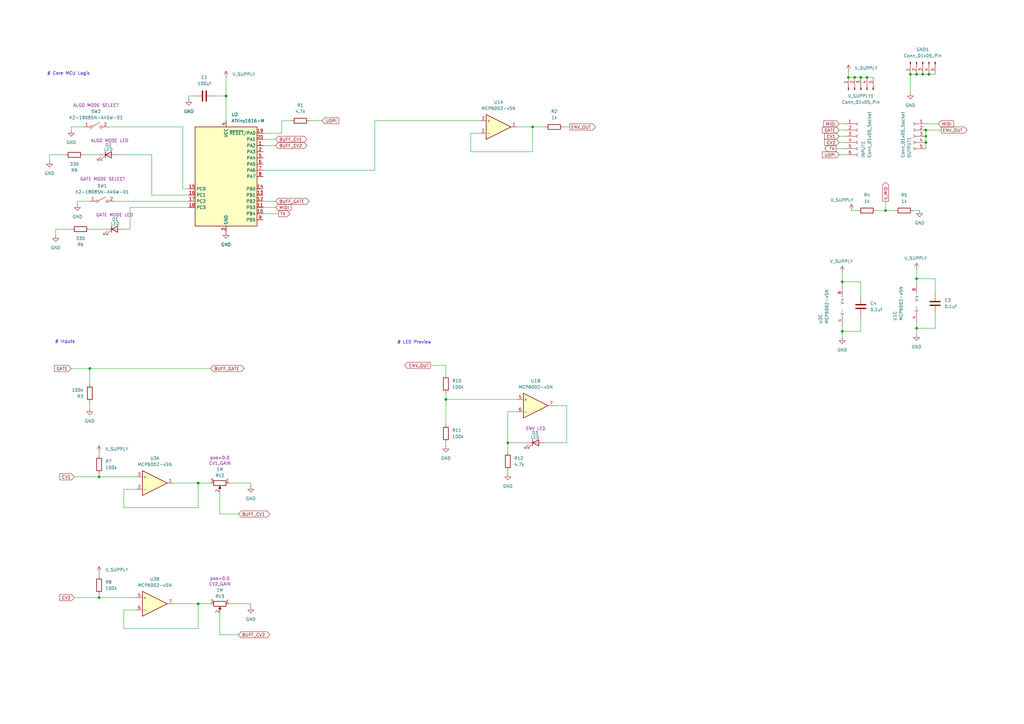
<source format=kicad_sch>
(kicad_sch (version 20231120) (generator "eeschema") (generator_version "8.0")
  (paper "A3")
  (lib_symbols
    (symbol "Amplifier_Operational:MCP6002-xSN" (pin_names (offset 0.127))
      (property "Reference" "U" (at 0 5.08 0))
      (property "Value" "MCP6002-xSN" (at 0 -5.08 0))
      (symbol "MCP6002-xSN_1_1"
        (polyline (pts (xy -5.08 5.08) (xy 5.08 0) (xy -5.08 -5.08) (xy -5.08 5.08)) (stroke (width 0.254)) (fill (type background)))
        (pin output line (at 7.62 0 180) (length 2.54) (name "~") (number "1"))
        (pin input line (at -7.62 -2.54 0) (length 2.54) (name "-") (number "2"))
        (pin input line (at -7.62 2.54 0) (length 2.54) (name "+") (number "3"))
      )
      (symbol "MCP6002-xSN_2_1"
        (polyline (pts (xy -5.08 5.08) (xy 5.08 0) (xy -5.08 -5.08) (xy -5.08 5.08)) (stroke (width 0.254)) (fill (type background)))
        (pin input line (at -7.62 2.54 0) (length 2.54) (name "+") (number "5"))
        (pin input line (at -7.62 -2.54 0) (length 2.54) (name "-") (number "6"))
        (pin output line (at 7.62 0 180) (length 2.54) (name "~") (number "7"))
      )
      (symbol "MCP6002-xSN_3_1"
        (pin power_in line (at -2.54 -7.62 90) (length 3.81) (name "V-") (number "4"))
        (pin power_in line (at -2.54 7.62 270) (length 3.81) (name "V+") (number "8"))
      )
    )
    (symbol "Connector:Conn_01x05_Pin" (pin_names (offset 1.016) hide)
      (property "Reference" "J" (at 0 7.62 0))
      (property "Value" "Conn_01x05_Pin" (at 0 -7.62 0))
      (symbol "Conn_01x05_Pin_1_1"
        (polyline (pts (xy 1.27 -5.08) (xy 0.8636 -5.08)) (stroke (width 0.1524)))
        (polyline (pts (xy 1.27 -2.54) (xy 0.8636 -2.54)) (stroke (width 0.1524)))
        (polyline (pts (xy 1.27 0) (xy 0.8636 0)) (stroke (width 0.1524)))
        (polyline (pts (xy 1.27 2.54) (xy 0.8636 2.54)) (stroke (width 0.1524)))
        (polyline (pts (xy 1.27 5.08) (xy 0.8636 5.08)) (stroke (width 0.1524)))
        (rectangle (start 0.8636 -4.953) (end 0 -5.207) (stroke (width 0.1524)) (fill (type outline)))
        (rectangle (start 0.8636 -2.413) (end 0 -2.667) (stroke (width 0.1524)) (fill (type outline)))
        (rectangle (start 0.8636 0.127) (end 0 -0.127) (stroke (width 0.1524)) (fill (type outline)))
        (rectangle (start 0.8636 2.667) (end 0 2.413) (stroke (width 0.1524)) (fill (type outline)))
        (rectangle (start 0.8636 5.207) (end 0 4.953) (stroke (width 0.1524)) (fill (type outline)))
        (pin passive line (at 5.08 5.08 180) (length 3.81) (name "Pin_1") (number "1"))
        (pin passive line (at 5.08 2.54 180) (length 3.81) (name "Pin_2") (number "2"))
        (pin passive line (at 5.08 0 180) (length 3.81) (name "Pin_3") (number "3"))
        (pin passive line (at 5.08 -2.54 180) (length 3.81) (name "Pin_4") (number "4"))
        (pin passive line (at 5.08 -5.08 180) (length 3.81) (name "Pin_5") (number "5"))
      )
    )
    (symbol "Connector:Conn_01x05_Socket" (pin_names (offset 1.016) hide)
      (property "Reference" "J" (at 0 7.62 0))
      (property "Value" "Conn_01x05_Socket" (at 0 -7.62 0))
      (symbol "Conn_01x05_Socket_1_1"
        (arc (start 0 -4.572) (mid -0.5058 -5.08) (end 0 -5.588) (stroke (width 0.1524)))
        (arc (start 0 -2.032) (mid -0.5058 -2.54) (end 0 -3.048) (stroke (width 0.1524)))
        (polyline (pts (xy -1.27 -5.08) (xy -0.508 -5.08)) (stroke (width 0.1524)))
        (polyline (pts (xy -1.27 -2.54) (xy -0.508 -2.54)) (stroke (width 0.1524)))
        (polyline (pts (xy -1.27 0) (xy -0.508 0)) (stroke (width 0.1524)))
        (polyline (pts (xy -1.27 2.54) (xy -0.508 2.54)) (stroke (width 0.1524)))
        (polyline (pts (xy -1.27 5.08) (xy -0.508 5.08)) (stroke (width 0.1524)))
        (arc (start 0 0.508) (mid -0.5058 0) (end 0 -0.508) (stroke (width 0.1524)))
        (arc (start 0 3.048) (mid -0.5058 2.54) (end 0 2.032) (stroke (width 0.1524)))
        (arc (start 0 5.588) (mid -0.5058 5.08) (end 0 4.572) (stroke (width 0.1524)))
        (pin passive line (at -5.08 5.08 0) (length 3.81) (name "Pin_1") (number "1"))
        (pin passive line (at -5.08 2.54 0) (length 3.81) (name "Pin_2") (number "2"))
        (pin passive line (at -5.08 0 0) (length 3.81) (name "Pin_3") (number "3"))
        (pin passive line (at -5.08 -2.54 0) (length 3.81) (name "Pin_4") (number "4"))
        (pin passive line (at -5.08 -5.08 0) (length 3.81) (name "Pin_5") (number "5"))
      )
    )
    (symbol "Connector:Conn_01x06_Socket" (pin_names (offset 1.016) hide)
      (property "Reference" "J" (at 0 7.62 0))
      (property "Value" "Conn_01x06_Socket" (at 0 -10.16 0))
      (symbol "Conn_01x06_Socket_1_1"
        (arc (start 0 -7.112) (mid -0.5058 -7.62) (end 0 -8.128) (stroke (width 0.1524)))
        (arc (start 0 -4.572) (mid -0.5058 -5.08) (end 0 -5.588) (stroke (width 0.1524)))
        (arc (start 0 -2.032) (mid -0.5058 -2.54) (end 0 -3.048) (stroke (width 0.1524)))
        (polyline (pts (xy -1.27 -7.62) (xy -0.508 -7.62)) (stroke (width 0.1524)))
        (polyline (pts (xy -1.27 -5.08) (xy -0.508 -5.08)) (stroke (width 0.1524)))
        (polyline (pts (xy -1.27 -2.54) (xy -0.508 -2.54)) (stroke (width 0.1524)))
        (polyline (pts (xy -1.27 0) (xy -0.508 0)) (stroke (width 0.1524)))
        (polyline (pts (xy -1.27 2.54) (xy -0.508 2.54)) (stroke (width 0.1524)))
        (polyline (pts (xy -1.27 5.08) (xy -0.508 5.08)) (stroke (width 0.1524)))
        (arc (start 0 0.508) (mid -0.5058 0) (end 0 -0.508) (stroke (width 0.1524)))
        (arc (start 0 3.048) (mid -0.5058 2.54) (end 0 2.032) (stroke (width 0.1524)))
        (arc (start 0 5.588) (mid -0.5058 5.08) (end 0 4.572) (stroke (width 0.1524)))
        (pin passive line (at -5.08 5.08 0) (length 3.81) (name "Pin_1") (number "1"))
        (pin passive line (at -5.08 2.54 0) (length 3.81) (name "Pin_2") (number "2"))
        (pin passive line (at -5.08 0 0) (length 3.81) (name "Pin_3") (number "3"))
        (pin passive line (at -5.08 -2.54 0) (length 3.81) (name "Pin_4") (number "4"))
        (pin passive line (at -5.08 -5.08 0) (length 3.81) (name "Pin_5") (number "5"))
        (pin passive line (at -5.08 -7.62 0) (length 3.81) (name "Pin_6") (number "6"))
      )
    )
    (symbol "Device:C" (pin_numbers hide) (pin_names (offset 0.254))
      (property "Reference" "C" (at 0.635 2.54 0))
      (property "Value" "C" (at 0.635 -2.54 0))
      (symbol "C_0_1"
        (polyline (pts (xy -2.032 -0.762) (xy 2.032 -0.762)) (stroke (width 0.508)))
        (polyline (pts (xy -2.032 0.762) (xy 2.032 0.762)) (stroke (width 0.508)))
      )
      (symbol "C_1_1"
        (pin passive line (at 0 3.81 270) (length 2.794) (name "~") (number "1"))
        (pin passive line (at 0 -3.81 90) (length 2.794) (name "~") (number "2"))
      )
    )
    (symbol "Device:LED" (pin_numbers hide) (pin_names (offset 1.016) hide)
      (property "Reference" "D" (at 0 2.54 0))
      (property "Value" "LED" (at 0 -2.54 0))
      (symbol "LED_0_1"
        (polyline (pts (xy -1.27 -1.27) (xy -1.27 1.27)) (stroke (width 0.254)))
        (polyline (pts (xy -1.27 0) (xy 1.27 0)))
        (polyline (pts (xy 1.27 -1.27) (xy 1.27 1.27) (xy -1.27 0) (xy 1.27 -1.27)) (stroke (width 0.254)))
        (polyline (pts (xy -3.048 -0.762) (xy -4.572 -2.286) (xy -3.81 -2.286) (xy -4.572 -2.286) (xy -4.572 -1.524)))
        (polyline (pts (xy -1.778 -0.762) (xy -3.302 -2.286) (xy -2.54 -2.286) (xy -3.302 -2.286) (xy -3.302 -1.524)))
      )
      (symbol "LED_1_1"
        (pin passive line (at -3.81 0 0) (length 2.54) (name "K") (number "1"))
        (pin passive line (at 3.81 0 180) (length 2.54) (name "A") (number "2"))
      )
    )
    (symbol "Device:R" (pin_numbers hide) (pin_names (offset 0))
      (property "Reference" "R" (at 2.032 0 90))
      (property "Value" "R" (at 0 0 90))
      (symbol "R_0_1"
        (rectangle (start -1.016 -2.54) (end 1.016 2.54) (stroke (width 0.254)))
      )
      (symbol "R_1_1"
        (pin passive line (at 0 3.81 270) (length 1.27) (name "~") (number "1"))
        (pin passive line (at 0 -3.81 90) (length 1.27) (name "~") (number "2"))
      )
    )
    (symbol "Device:R_Potentiometer" (pin_names (offset 1.016) hide)
      (property "Reference" "RV" (at -4.445 0 90))
      (property "Value" "R_Potentiometer" (at -2.54 0 90))
      (symbol "R_Potentiometer_0_1"
        (polyline (pts (xy 2.54 0) (xy 1.524 0)))
        (polyline (pts (xy 1.143 0) (xy 2.286 0.508) (xy 2.286 -0.508) (xy 1.143 0)) (fill (type outline)))
        (rectangle (start 1.016 2.54) (end -1.016 -2.54) (stroke (width 0.254)))
      )
      (symbol "R_Potentiometer_1_1"
        (pin passive line (at 0 3.81 270) (length 1.27) (name "1") (number "1"))
        (pin passive line (at 3.81 0 180) (length 1.27) (name "2") (number "2"))
        (pin passive line (at 0 -3.81 90) (length 1.27) (name "3") (number "3"))
      )
    )
    (symbol "MCU_Microchip_ATtiny:ATtiny1616-M"
      (property "Reference" "U" (at -12.7 21.59 0))
      (property "Value" "ATtiny1616-M" (at 2.54 -21.59 0))
      (symbol "ATtiny1616-M_0_1"
        (rectangle (start -12.7 -20.32) (end 12.7 20.32) (stroke (width 0.254)) (fill (type background)))
      )
      (symbol "ATtiny1616-M_1_1"
        (pin bidirectional line (at 15.24 12.7 180) (length 2.54) (name "PA2") (number "1"))
        (pin bidirectional line (at 15.24 -15.24 180) (length 2.54) (name "PB4") (number "10"))
        (pin bidirectional line (at 15.24 -12.7 180) (length 2.54) (name "PB3") (number "11"))
        (pin bidirectional line (at 15.24 -10.16 180) (length 2.54) (name "PB2") (number "12"))
        (pin bidirectional line (at 15.24 -7.62 180) (length 2.54) (name "PB1") (number "13"))
        (pin bidirectional line (at 15.24 -5.08 180) (length 2.54) (name "PB0") (number "14"))
        (pin bidirectional line (at -15.24 -5.08 0) (length 2.54) (name "PC0") (number "15"))
        (pin bidirectional line (at -15.24 -7.62 0) (length 2.54) (name "PC1") (number "16"))
        (pin bidirectional line (at -15.24 -10.16 0) (length 2.54) (name "PC2") (number "17"))
        (pin bidirectional line (at -15.24 -12.7 0) (length 2.54) (name "PC3") (number "18"))
        (pin bidirectional line (at 15.24 17.78 180) (length 2.54) (name "~{RESET}/PA0") (number "19"))
        (pin bidirectional line (at 15.24 10.16 180) (length 2.54) (name "PA3") (number "2"))
        (pin bidirectional line (at 15.24 15.24 180) (length 2.54) (name "PA1") (number "20"))
        (pin passive line (at 0 -22.86 90) (length 2.54) hide (name "GND") (number "21"))
        (pin power_in line (at 0 -22.86 90) (length 2.54) (name "GND") (number "3"))
        (pin power_in line (at 0 22.86 270) (length 2.54) (name "VCC") (number "4"))
        (pin bidirectional line (at 15.24 7.62 180) (length 2.54) (name "PA4") (number "5"))
        (pin bidirectional line (at 15.24 5.08 180) (length 2.54) (name "PA5") (number "6"))
        (pin bidirectional line (at 15.24 2.54 180) (length 2.54) (name "PA6") (number "7"))
        (pin bidirectional line (at 15.24 0 180) (length 2.54) (name "PA7") (number "8"))
        (pin bidirectional line (at 15.24 -17.78 180) (length 2.54) (name "PB5") (number "9"))
      )
    )
    (symbol "Switch:SW_SPST" (pin_names (offset 0) hide)
      (property "Reference" "SW" (at 0 3.175 0))
      (property "Value" "SW_SPST" (at 0 -2.54 0))
      (symbol "SW_SPST_0_0"
        (circle (center -2.032 0) (radius 0.508))
        (polyline (pts (xy -1.524 0.254) (xy 1.524 1.778)))
        (circle (center 2.032 0) (radius 0.508))
      )
      (symbol "SW_SPST_1_1"
        (pin passive line (at -5.08 0 0) (length 2.54) (name "A") (number "1"))
        (pin passive line (at 5.08 0 180) (length 2.54) (name "B") (number "2"))
      )
    )
    (symbol "power:+5V" (power) (pin_numbers hide) (pin_names (offset 0) hide)
      (property "Value" "+5V" (at 0 3.556 0))
      (symbol "+5V_0_1"
        (polyline (pts (xy -0.762 1.27) (xy 0 2.54)))
        (polyline (pts (xy 0 0) (xy 0 2.54)))
        (polyline (pts (xy 0 2.54) (xy 0.762 1.27)))
      )
      (symbol "+5V_1_1"
        (pin power_in line (at 0 0 90) (length 0) (name "~") (number "1"))
      )
    )
    (symbol "power:GND" (power) (pin_numbers hide) (pin_names (offset 0) hide)
      (property "Value" "GND" (at 0 -3.81 0))
      (symbol "GND_0_1"
        (polyline (pts (xy 0 0) (xy 0 -1.27) (xy 1.27 -1.27) (xy 0 -2.54) (xy -1.27 -1.27) (xy 0 -1.27)))
      )
      (symbol "GND_1_1"
        (pin power_in line (at 0 0 270) (length 0) (name "~") (number "1"))
      )
    )
  )
  (junction (at 350.52 31.75))
  (junction (at 379.73 53.34))
  (junction (at 81.28 198.12))
  (junction (at 379.73 55.88))
  (junction (at 182.88 163.83))
  (junction (at 345.44 115.57))
  (junction (at 375.92 30.48))
  (junction (at 375.92 114.3))
  (junction (at 208.28 181.61))
  (junction (at 347.98 31.75))
  (junction (at 36.83 151.13))
  (junction (at 355.6 31.75))
  (junction (at 381 30.48))
  (junction (at 363.22 86.36))
  (junction (at 379.73 58.42))
  (junction (at 378.46 30.48))
  (junction (at 375.92 134.62))
  (junction (at 81.28 247.65))
  (junction (at 40.64 195.58))
  (junction (at 218.44 52.07))
  (junction (at 353.06 31.75))
  (junction (at 345.44 135.89))
  (junction (at 40.64 245.11))
  (junction (at 373.38 30.48))
  (junction (at 92.71 39.37))
  (wire (pts (xy 107.95 82.55) (xy 113.03 82.55)))
  (wire (pts (xy 40.64 63.5) (xy 34.29 63.5)))
  (wire (pts (xy 90.17 201.93) (xy 90.17 210.82)))
  (wire (pts (xy 81.28 198.12) (xy 86.36 198.12)))
  (wire (pts (xy 77.47 39.37) (xy 77.47 40.64)))
  (wire (pts (xy 344.17 50.8) (xy 346.71 50.8)))
  (wire (pts (xy 383.54 134.62) (xy 375.92 134.62)))
  (wire (pts (xy 375.92 110.49) (xy 375.92 114.3)))
  (wire (pts (xy 383.54 114.3) (xy 375.92 114.3)))
  (wire (pts (xy 50.8 250.19) (xy 55.88 250.19)))
  (wire (pts (xy 40.64 245.11) (xy 55.88 245.11)))
  (wire (pts (xy 46.99 82.55) (xy 77.47 82.55)))
  (wire (pts (xy 193.04 54.61) (xy 196.85 54.61)))
  (wire (pts (xy 342.9 60.96) (xy 346.71 60.96)))
  (wire (pts (xy 62.23 63.5) (xy 62.23 80.01)))
  (wire (pts (xy 355.6 31.75) (xy 358.14 31.75)))
  (wire (pts (xy 26.67 63.5) (xy 20.32 63.5)))
  (wire (pts (xy 212.09 52.07) (xy 218.44 52.07)))
  (wire (pts (xy 353.06 129.54) (xy 353.06 135.89)))
  (wire (pts (xy 53.34 85.09) (xy 77.47 85.09)))
  (wire (pts (xy 50.8 93.98) (xy 53.34 93.98)))
  (wire (pts (xy 50.8 257.81) (xy 50.8 250.19)))
  (wire (pts (xy 74.93 52.07) (xy 74.93 77.47)))
  (wire (pts (xy 40.64 185.42) (xy 40.64 186.69)))
  (wire (pts (xy 115.57 49.53) (xy 115.57 54.61)))
  (wire (pts (xy 208.28 181.61) (xy 208.28 168.91)))
  (wire (pts (xy 347.98 31.75) (xy 350.52 31.75)))
  (wire (pts (xy 132.08 49.53) (xy 127 49.53)))
  (wire (pts (xy 102.87 199.39) (xy 102.87 198.12)))
  (wire (pts (xy 383.54 128.27) (xy 383.54 134.62)))
  (wire (pts (xy 90.17 210.82) (xy 97.79 210.82)))
  (wire (pts (xy 81.28 247.65) (xy 86.36 247.65)))
  (wire (pts (xy 36.83 151.13) (xy 36.83 157.48)))
  (wire (pts (xy 232.41 181.61) (xy 232.41 166.37)))
  (wire (pts (xy 22.86 93.98) (xy 22.86 96.52)))
  (wire (pts (xy 218.44 52.07) (xy 223.52 52.07)))
  (wire (pts (xy 344.17 63.5) (xy 346.71 63.5)))
  (wire (pts (xy 115.57 54.61) (xy 107.95 54.61)))
  (wire (pts (xy 107.95 85.09) (xy 113.03 85.09)))
  (wire (pts (xy 20.32 63.5) (xy 20.32 66.04)))
  (wire (pts (xy 381 30.48) (xy 383.54 30.48)))
  (wire (pts (xy 345.44 111.76) (xy 345.44 115.57)))
  (wire (pts (xy 379.73 50.8) (xy 384.81 50.8)))
  (wire (pts (xy 48.26 63.5) (xy 62.23 63.5)))
  (wire (pts (xy 363.22 82.55) (xy 363.22 86.36)))
  (wire (pts (xy 182.88 182.88) (xy 182.88 181.61)))
  (wire (pts (xy 363.22 86.36) (xy 367.03 86.36)))
  (wire (pts (xy 30.48 245.11) (xy 40.64 245.11)))
  (wire (pts (xy 353.06 135.89) (xy 345.44 135.89)))
  (wire (pts (xy 153.67 69.85) (xy 107.95 69.85)))
  (wire (pts (xy 34.29 52.07) (xy 29.21 52.07)))
  (wire (pts (xy 344.17 53.34) (xy 346.71 53.34)))
  (wire (pts (xy 43.18 93.98) (xy 36.83 93.98)))
  (wire (pts (xy 92.71 39.37) (xy 92.71 49.53)))
  (wire (pts (xy 353.06 31.75) (xy 355.6 31.75)))
  (wire (pts (xy 208.28 168.91) (xy 212.09 168.91)))
  (wire (pts (xy 182.88 163.83) (xy 212.09 163.83)))
  (wire (pts (xy 107.95 57.15) (xy 113.03 57.15)))
  (wire (pts (xy 373.38 30.48) (xy 375.92 30.48)))
  (wire (pts (xy 231.14 52.07) (xy 233.68 52.07)))
  (wire (pts (xy 377.19 86.36) (xy 374.65 86.36)))
  (wire (pts (xy 90.17 260.35) (xy 97.79 260.35)))
  (wire (pts (xy 373.38 30.48) (xy 373.38 38.1)))
  (wire (pts (xy 349.25 86.36) (xy 351.79 86.36)))
  (wire (pts (xy 40.64 195.58) (xy 55.88 195.58)))
  (wire (pts (xy 379.73 58.42) (xy 379.73 60.96)))
  (wire (pts (xy 182.88 163.83) (xy 182.88 173.99)))
  (wire (pts (xy 353.06 121.92) (xy 353.06 115.57)))
  (wire (pts (xy 347.98 31.75) (xy 347.98 29.21)))
  (wire (pts (xy 36.83 167.64) (xy 36.83 165.1)))
  (wire (pts (xy 36.83 151.13) (xy 86.36 151.13)))
  (wire (pts (xy 81.28 198.12) (xy 81.28 208.28)))
  (wire (pts (xy 383.54 120.65) (xy 383.54 114.3)))
  (wire (pts (xy 102.87 248.92) (xy 102.87 247.65)))
  (wire (pts (xy 71.12 247.65) (xy 81.28 247.65)))
  (wire (pts (xy 182.88 153.67) (xy 182.88 149.86)))
  (wire (pts (xy 375.92 134.62) (xy 375.92 132.08)))
  (wire (pts (xy 378.46 30.48) (xy 381 30.48)))
  (wire (pts (xy 71.12 198.12) (xy 81.28 198.12)))
  (wire (pts (xy 153.67 49.53) (xy 196.85 49.53)))
  (wire (pts (xy 93.98 247.65) (xy 102.87 247.65)))
  (wire (pts (xy 29.21 151.13) (xy 36.83 151.13)))
  (wire (pts (xy 375.92 137.16) (xy 375.92 134.62)))
  (wire (pts (xy 107.95 87.63) (xy 114.3 87.63)))
  (wire (pts (xy 29.21 52.07) (xy 29.21 53.34)))
  (wire (pts (xy 81.28 247.65) (xy 81.28 257.81)))
  (wire (pts (xy 50.8 208.28) (xy 50.8 200.66)))
  (wire (pts (xy 375.92 114.3) (xy 375.92 116.84)))
  (wire (pts (xy 92.71 31.75) (xy 92.71 39.37)))
  (wire (pts (xy 80.01 39.37) (xy 77.47 39.37)))
  (wire (pts (xy 87.63 39.37) (xy 92.71 39.37)))
  (wire (pts (xy 193.04 62.23) (xy 193.04 54.61)))
  (wire (pts (xy 53.34 93.98) (xy 53.34 85.09)))
  (wire (pts (xy 223.52 181.61) (xy 232.41 181.61)))
  (wire (pts (xy 353.06 115.57) (xy 345.44 115.57)))
  (wire (pts (xy 40.64 243.84) (xy 40.64 245.11)))
  (wire (pts (xy 74.93 77.47) (xy 77.47 77.47)))
  (wire (pts (xy 81.28 208.28) (xy 50.8 208.28)))
  (wire (pts (xy 345.44 135.89) (xy 345.44 133.35)))
  (wire (pts (xy 379.73 55.88) (xy 379.73 58.42)))
  (wire (pts (xy 350.52 31.75) (xy 353.06 31.75)))
  (wire (pts (xy 29.21 93.98) (xy 22.86 93.98)))
  (wire (pts (xy 40.64 194.31) (xy 40.64 195.58)))
  (wire (pts (xy 36.83 82.55) (xy 31.75 82.55)))
  (wire (pts (xy 215.9 181.61) (xy 208.28 181.61)))
  (wire (pts (xy 359.41 86.36) (xy 363.22 86.36)))
  (wire (pts (xy 218.44 62.23) (xy 193.04 62.23)))
  (wire (pts (xy 50.8 200.66) (xy 55.88 200.66)))
  (wire (pts (xy 182.88 149.86) (xy 176.53 149.86)))
  (wire (pts (xy 232.41 166.37) (xy 227.33 166.37)))
  (wire (pts (xy 345.44 115.57) (xy 345.44 118.11)))
  (wire (pts (xy 62.23 80.01) (xy 77.47 80.01)))
  (wire (pts (xy 90.17 251.46) (xy 90.17 260.35)))
  (wire (pts (xy 182.88 161.29) (xy 182.88 163.83)))
  (wire (pts (xy 40.64 234.95) (xy 40.64 236.22)))
  (wire (pts (xy 218.44 52.07) (xy 218.44 62.23)))
  (wire (pts (xy 208.28 194.31) (xy 208.28 193.04)))
  (wire (pts (xy 344.17 58.42) (xy 346.71 58.42)))
  (wire (pts (xy 31.75 82.55) (xy 31.75 83.82)))
  (wire (pts (xy 30.48 195.58) (xy 40.64 195.58)))
  (wire (pts (xy 93.98 198.12) (xy 102.87 198.12)))
  (wire (pts (xy 208.28 185.42) (xy 208.28 181.61)))
  (wire (pts (xy 379.73 53.34) (xy 386.08 53.34)))
  (wire (pts (xy 379.73 53.34) (xy 379.73 55.88)))
  (wire (pts (xy 344.17 55.88) (xy 346.71 55.88)))
  (wire (pts (xy 119.38 49.53) (xy 115.57 49.53)))
  (wire (pts (xy 107.95 59.69) (xy 113.03 59.69)))
  (wire (pts (xy 345.44 138.43) (xy 345.44 135.89)))
  (wire (pts (xy 81.28 257.81) (xy 50.8 257.81)))
  (wire (pts (xy 153.67 49.53) (xy 153.67 69.85)))
  (wire (pts (xy 375.92 30.48) (xy 378.46 30.48)))
  (wire (pts (xy 44.45 52.07) (xy 74.93 52.07)))
  (text "# LED Preview" (at 169.926 140.462 0) (effects (font (size 1.27 1.27))))
  (text "# Core MCU Logic" (at 28.194 30.226 0) (effects (font (size 1.27 1.27))))
  (text "# Inputs" (at 26.67 140.208 0) (effects (font (size 1.27 1.27))))
  (global_label "BUFF_GATE" (shape bidirectional) (at 113.03 82.55 0) (property "Intersheetrefs" "${INTERSHEET_REFS}" (effects (hide yes))))
  (global_label "CV1" (shape input) (at 344.17 55.88 180) (property "Intersheetrefs" "${INTERSHEET_REFS}" (effects (hide yes))))
  (global_label "BUFF_CV1" (shape bidirectional) (at 113.03 57.15 0) (property "Intersheetrefs" "${INTERSHEET_REFS}" (effects (hide yes))))
  (global_label "CV2" (shape input) (at 30.48 245.11 180) (property "Intersheetrefs" "${INTERSHEET_REFS}" (effects (hide yes))))
  (global_label "MIDI" (shape input) (at 344.17 50.8 180) (property "Intersheetrefs" "${INTERSHEET_REFS}" (effects (hide yes))))
  (global_label "BUFF_CV2" (shape bidirectional) (at 113.03 59.69 0) (property "Intersheetrefs" "${INTERSHEET_REFS}" (effects (hide yes))))
  (global_label "CV1" (shape input) (at 30.48 195.58 180) (property "Intersheetrefs" "${INTERSHEET_REFS}" (effects (hide yes))))
  (global_label "BUFF_CV2" (shape bidirectional) (at 97.79 260.35 0) (property "Intersheetrefs" "${INTERSHEET_REFS}" (effects (hide yes))))
  (global_label "MIDI" (shape input) (at 384.81 50.8 0) (property "Intersheetrefs" "${INTERSHEET_REFS}" (effects (hide yes))))
  (global_label "UDPI" (shape input) (at 344.17 63.5 180) (property "Intersheetrefs" "${INTERSHEET_REFS}" (effects (hide yes))))
  (global_label "ENV_OUT" (shape output) (at 233.68 52.07 0) (property "Intersheetrefs" "${INTERSHEET_REFS}" (effects (hide yes))))
  (global_label "ENV_OUT" (shape output) (at 386.08 53.34 0) (property "Intersheetrefs" "${INTERSHEET_REFS}" (effects (hide yes))))
  (global_label "MIDI" (shape input) (at 113.03 85.09 0) (property "Intersheetrefs" "${INTERSHEET_REFS}" (effects (hide yes))))
  (global_label "BUFF_GATE" (shape bidirectional) (at 86.36 151.13 0) (property "Intersheetrefs" "${INTERSHEET_REFS}" (effects (hide yes))))
  (global_label "ENV_OUT" (shape output) (at 176.53 149.86 180) (property "Intersheetrefs" "${INTERSHEET_REFS}" (effects (hide yes))))
  (global_label "BUFF_CV1" (shape bidirectional) (at 97.79 210.82 0) (property "Intersheetrefs" "${INTERSHEET_REFS}" (effects (hide yes))))
  (global_label "TX" (shape output) (at 114.3 87.63 0) (property "Intersheetrefs" "${INTERSHEET_REFS}" (effects (hide yes))))
  (global_label "UDPI" (shape input) (at 132.08 49.53 0) (property "Intersheetrefs" "${INTERSHEET_REFS}" (effects (hide yes))))
  (global_label "V_MID" (shape output) (at 363.22 82.55 90) (property "Intersheetrefs" "${INTERSHEET_REFS}" (effects (hide yes))))
  (global_label "GATE" (shape input) (at 29.21 151.13 180) (property "Intersheetrefs" "${INTERSHEET_REFS}" (effects (hide yes))))
  (global_label "GATE" (shape input) (at 344.17 53.34 180) (property "Intersheetrefs" "${INTERSHEET_REFS}" (effects (hide yes))))
  (global_label "TX" (shape output) (at 342.9 60.96 180) (property "Intersheetrefs" "${INTERSHEET_REFS}" (effects (hide yes))))
  (global_label "CV2" (shape input) (at 344.17 58.42 180) (property "Intersheetrefs" "${INTERSHEET_REFS}" (effects (hide yes))))
  (symbol (lib_id "Device:R_Potentiometer") (at 90.17 247.65 270) (unit 1)
    (property "Reference" "RV3" (at 90.17 244.602 90))
    (property "Value" "1M" (at 90.17 242.062 90))
    (property "Footprint" "BreadModular_Pots:Potentiometer_RV09" (effects (hide yes)))
    (property "Description" "Potentiometer" (effects (hide yes)))
    (property "Sim.Device" "R" (effects (hide yes)))
    (property "Sim.Type" "POT" (effects (hide yes)))
    (property "Sim.Pins" "1=r0 2=wiper 3=r1" (effects (hide yes)))
    (property "Sim.Params" "pos=0.0" (at 90.17 237.236 90))
    (property "Comment" "CV2_GAIN" (at 90.17 239.522 90))
  )
  (symbol (lib_id "power:GND") (at 102.87 199.39 0) (unit 1)
    (property "Reference" "#PWR015" (effects (hide yes)))
    (property "Value" "GND" (at 102.87 204.47 0))
    (property "Description" "Power symbol creates a global label with name \"GND\" , ground" (effects (hide yes)))
  )
  (symbol (lib_id "Device:R") (at 355.6 86.36 90) (unit 1)
    (property "Reference" "R4" (at 355.6 80.01 90))
    (property "Value" "1k" (at 355.6 82.55 90))
    (property "Footprint" "Resistor_SMD:R_0402_1005Metric" (effects (hide yes)))
    (property "Description" "Resistor" (effects (hide yes)))
  )
  (symbol (lib_id "Device:R") (at 182.88 157.48 0) (unit 1)
    (property "Reference" "R10" (at 185.42 156.2099 0) (effects (justify left)))
    (property "Value" "100k" (at 185.42 158.7499 0) (effects (justify left)))
    (property "Footprint" "Resistor_SMD:R_0402_1005Metric" (effects (hide yes)))
    (property "Description" "Resistor" (effects (hide yes)))
  )
  (symbol (lib_id "Amplifier_Operational:MCP6002-xSN") (at 219.71 166.37 0) (unit 2)
    (property "Reference" "U1" (at 219.71 156.21 0))
    (property "Value" "MCP6002-xSN" (at 219.71 158.75 0))
    (property "Footprint" "Package_SO:SOIC-8-1EP_3.9x4.9mm_P1.27mm_EP2.29x3mm" (effects (hide yes)))
    (property "Datasheet" "http://ww1.microchip.com/downloads/en/DeviceDoc/21733j.pdf" (effects (hide yes)))
    (property "Description" "1MHz, Low-Power Op Amp, SOIC-8" (effects (hide yes)))
    (property "Sim.Library" "${KICAD8_SYMBOL_DIR}/Simulation_SPICE.sp" (effects (hide yes)))
    (property "Sim.Name" "kicad_builtin_opamp_dual" (effects (hide yes)))
    (property "Sim.Device" "SUBCKT" (effects (hide yes)))
    (property "Sim.Pins" "1=out1 2=in1- 3=in1+ 4=vee 5=in2+ 6=in2- 7=out2 8=vcc" (effects (hide yes)))
  )
  (symbol (lib_id "power:GND") (at 29.21 53.34 0) (unit 1)
    (property "Reference" "#PWR019" (effects (hide yes)))
    (property "Value" "GND" (at 29.21 58.42 0))
    (property "Description" "Power symbol creates a global label with name \"GND\" , ground" (effects (hide yes)))
  )
  (symbol (lib_id "power:GND") (at 31.75 83.82 0) (unit 1)
    (property "Reference" "#PWR05" (effects (hide yes)))
    (property "Value" "GND" (at 31.75 88.9 0))
    (property "Description" "Power symbol creates a global label with name \"GND\" , ground" (effects (hide yes)))
  )
  (symbol (lib_id "power:+5V") (at 345.44 111.76 0) (unit 1)
    (property "Reference" "#PWR011" (effects (hide yes)))
    (property "Value" "V_SUPPLY" (at 340.36 107.188 0) (effects (justify left)))
    (property "Description" "Power symbol creates a global label with name \"+5V\"" (effects (hide yes)))
  )
  (symbol (lib_id "Device:C") (at 353.06 125.73 0) (unit 1)
    (property "Reference" "C4" (at 356.87 124.4599 0) (effects (justify left)))
    (property "Value" "0.1uf" (at 356.87 126.9999 0) (effects (justify left)))
    (property "Footprint" "Capacitor_SMD:C_0402_1005Metric" (effects (hide yes)))
    (property "Description" "Unpolarized capacitor" (effects (hide yes)))
  )
  (symbol (lib_id "Connector:Conn_01x05_Pin") (at 353.06 36.83 90) (unit 1) (exclude_from_sim yes)
    (property "Reference" "V_SUPPLY1" (at 353.06 39.37 90))
    (property "Value" "Conn_01x05_Pin" (at 353.06 41.91 90))
    (property "Footprint" "BreadModular_MISC:Power_Connector" (effects (hide yes)))
    (property "Description" "Generic connector, single row, 01x05, script generated" (effects (hide yes)))
  )
  (symbol (lib_id "Device:R") (at 33.02 93.98 270) (unit 1)
    (property "Reference" "R6" (at 33.02 100.33 90))
    (property "Value" "330" (at 33.02 97.79 90))
    (property "Footprint" "Resistor_SMD:R_0402_1005Metric" (effects (hide yes)))
    (property "Description" "Resistor" (effects (hide yes)))
  )
  (symbol (lib_id "power:GND") (at 20.32 66.04 0) (unit 1)
    (property "Reference" "#PWR016" (effects (hide yes)))
    (property "Value" "GND" (at 20.32 71.12 0))
    (property "Description" "Power symbol creates a global label with name \"GND\" , ground" (effects (hide yes)))
  )
  (symbol (lib_id "power:+5V") (at 40.64 234.95 0) (unit 1)
    (property "Reference" "#PWR017" (effects (hide yes)))
    (property "Value" "V_SUPPLY" (at 43.18 233.6799 0) (effects (justify left)))
    (property "Description" "Power symbol creates a global label with name \"+5V\"" (effects (hide yes)))
  )
  (symbol (lib_id "Device:R") (at 40.64 240.03 0) (unit 1)
    (property "Reference" "R8" (at 43.18 238.7599 0) (effects (justify left)))
    (property "Value" "100k" (at 43.18 241.2999 0) (effects (justify left)))
    (property "Footprint" "Resistor_SMD:R_0402_1005Metric" (effects (hide yes)))
    (property "Description" "Resistor" (effects (hide yes)))
  )
  (symbol (lib_id "power:GND") (at 182.88 182.88 0) (unit 1)
    (property "Reference" "#PWR021" (effects (hide yes)))
    (property "Value" "GND" (at 182.88 187.96 0))
    (property "Description" "Power symbol creates a global label with name \"GND\" , ground" (effects (hide yes)))
  )
  (symbol (lib_id "power:+5V") (at 347.98 29.21 0) (unit 1)
    (property "Reference" "#PWR01" (effects (hide yes)))
    (property "Value" "V_SUPPLY" (at 350.52 27.9399 0) (effects (justify left)))
    (property "Description" "Power symbol creates a global label with name \"+5V\"" (effects (hide yes)))
  )
  (symbol (lib_id "power:GND") (at 373.38 38.1 0) (unit 1)
    (property "Reference" "#PWR03" (effects (hide yes)))
    (property "Value" "GND" (at 373.38 43.18 0))
    (property "Description" "Power symbol creates a global label with name \"GND\" , ground" (effects (hide yes)))
  )
  (symbol (lib_id "Device:C") (at 83.82 39.37 90) (unit 1)
    (property "Reference" "C1" (at 83.82 31.75 90))
    (property "Value" "100uf" (at 83.82 34.29 90))
    (property "Footprint" "Capacitor_SMD:C_1206_3216Metric" (effects (hide yes)))
    (property "Description" "Unpolarized capacitor" (effects (hide yes)))
  )
  (symbol (lib_id "MCU_Microchip_ATtiny:ATtiny1616-M") (at 92.71 72.39 0) (unit 1)
    (property "Reference" "U2" (at 94.9041 46.99 0) (effects (justify left)))
    (property "Value" "ATtiny1616-M" (at 94.9041 49.53 0) (effects (justify left)))
    (property "Footprint" "Package_DFN_QFN:VQFN-20-1EP_3x3mm_P0.4mm_EP1.7x1.7mm" (effects (hide yes)))
    (property "Datasheet" "http://ww1.microchip.com/downloads/en/DeviceDoc/ATtiny3216_ATtiny1616-data-sheet-40001997B.pdf" (effects (hide yes)))
    (property "Description" "20MHz, 16kB Flash, 2kB SRAM, 256B EEPROM, VQFN-20" (effects (hide yes)))
  )
  (symbol (lib_id "Amplifier_Operational:MCP6002-xSN") (at 63.5 247.65 0) (unit 2)
    (property "Reference" "U3" (at 63.5 237.49 0))
    (property "Value" "MCP6002-xSN" (at 63.5 240.03 0))
    (property "Footprint" "Package_SO:SOIC-8-1EP_3.9x4.9mm_P1.27mm_EP2.29x3mm" (effects (hide yes)))
    (property "Datasheet" "http://ww1.microchip.com/downloads/en/DeviceDoc/21733j.pdf" (effects (hide yes)))
    (property "Description" "1MHz, Low-Power Op Amp, SOIC-8" (effects (hide yes)))
    (property "Sim.Library" "${KICAD8_SYMBOL_DIR}/Simulation_SPICE.sp" (effects (hide yes)))
    (property "Sim.Name" "kicad_builtin_opamp_dual" (effects (hide yes)))
    (property "Sim.Device" "SUBCKT" (effects (hide yes)))
    (property "Sim.Pins" "1=out1 2=in1- 3=in1+ 4=vee 5=in2+ 6=in2- 7=out2 8=vcc" (effects (hide yes)))
  )
  (symbol (lib_id "Device:R") (at 123.19 49.53 90) (unit 1)
    (property "Reference" "R1" (at 123.19 43.18 90))
    (property "Value" "4.7k" (at 123.19 45.72 90))
    (property "Footprint" "Resistor_SMD:R_0402_1005Metric" (effects (hide yes)))
    (property "Description" "Resistor" (effects (hide yes)))
  )
  (symbol (lib_id "power:GND") (at 92.71 95.25 0) (unit 1)
    (property "Reference" "#PWR08" (effects (hide yes)))
    (property "Value" "GND" (at 92.71 100.33 0))
    (property "Description" "Power symbol creates a global label with name \"GND\" , ground" (effects (hide yes)))
  )
  (symbol (lib_id "Switch:SW_SPST") (at 41.91 82.55 0) (unit 1)
    (property "Reference" "SW1" (at 41.91 76.2 0))
    (property "Value" "K2-1808SN-A4SW-01" (at 41.91 78.74 0))
    (property "Footprint" "BreadModular_MISC:K2-1808SN-A4SW-01" (effects (hide yes)))
    (property "Description" "Single Pole Single Throw (SPST) switch" (effects (hide yes)))
    (property "Comment" "GATE MODE SELECT" (at 42.164 73.406 0))
  )
  (symbol (lib_id "Device:LED") (at 46.99 93.98 0) (unit 1)
    (property "Reference" "D1" (at 47.244 89.916 0))
    (property "Value" "LED" (at 47.244 91.694 0))
    (property "Footprint" "LED_SMD:LED_0603_1608Metric" (effects (hide yes)))
    (property "Description" "Light emitting diode" (effects (hide yes)))
    (property "Comment" "GATE MODE LED" (at 46.99 88.138 0))
  )
  (symbol (lib_id "Device:R") (at 36.83 161.29 180) (unit 1)
    (property "Reference" "R3" (at 34.29 162.5601 0) (effects (justify left)))
    (property "Value" "100k" (at 34.29 160.0201 0) (effects (justify left)))
    (property "Footprint" "Resistor_SMD:R_0402_1005Metric" (effects (hide yes)))
    (property "Description" "Resistor" (effects (hide yes)))
  )
  (symbol (lib_id "Device:R") (at 208.28 189.23 0) (unit 1)
    (property "Reference" "R12" (at 210.82 187.9599 0) (effects (justify left)))
    (property "Value" "4.7k" (at 210.82 190.4999 0) (effects (justify left)))
    (property "Footprint" "Resistor_SMD:R_0402_1005Metric" (effects (hide yes)))
    (property "Description" "Resistor" (effects (hide yes)))
  )
  (symbol (lib_id "Device:LED") (at 219.71 181.61 0) (unit 1)
    (property "Reference" "D3" (at 219.456 177.546 0))
    (property "Value" "LED" (at 219.456 179.324 0))
    (property "Footprint" "LED_SMD:LED_0603_1608Metric" (effects (hide yes)))
    (property "Description" "Light emitting diode" (effects (hide yes)))
    (property "Comment" "ENV LED" (at 219.71 175.768 0))
  )
  (symbol (lib_id "power:GND") (at 208.28 194.31 0) (unit 1)
    (property "Reference" "#PWR022" (effects (hide yes)))
    (property "Value" "GND" (at 208.28 199.39 0))
    (property "Description" "Power symbol creates a global label with name \"GND\" , ground" (effects (hide yes)))
  )
  (symbol (lib_id "Device:R_Potentiometer") (at 90.17 198.12 270) (unit 1)
    (property "Reference" "RV2" (at 90.17 195.072 90))
    (property "Value" "1M" (at 90.17 192.532 90))
    (property "Footprint" "BreadModular_Pots:Potentiometer_RV09" (effects (hide yes)))
    (property "Description" "Potentiometer" (effects (hide yes)))
    (property "Sim.Device" "R" (effects (hide yes)))
    (property "Sim.Type" "POT" (effects (hide yes)))
    (property "Sim.Pins" "1=r0 2=wiper 3=r1" (effects (hide yes)))
    (property "Sim.Params" "pos=0.0" (at 90.17 187.706 90))
    (property "Comment" "CV1_GAIN" (at 90.17 189.992 90))
  )
  (symbol (lib_id "power:GND") (at 22.86 96.52 0) (unit 1)
    (property "Reference" "#PWR09" (effects (hide yes)))
    (property "Value" "GND" (at 22.86 101.6 0))
    (property "Description" "Power symbol creates a global label with name \"GND\" , ground" (effects (hide yes)))
  )
  (symbol (lib_id "power:GND") (at 375.92 137.16 0) (unit 1)
    (property "Reference" "#PWR012" (effects (hide yes)))
    (property "Value" "GND" (at 375.92 142.24 0))
    (property "Description" "Power symbol creates a global label with name \"GND\" , ground" (effects (hide yes)))
  )
  (symbol (lib_id "power:GND") (at 77.47 40.64 0) (unit 1)
    (property "Reference" "#PWR04" (effects (hide yes)))
    (property "Value" "GND" (at 77.47 45.72 0))
    (property "Description" "Power symbol creates a global label with name \"GND\" , ground" (effects (hide yes)))
  )
  (symbol (lib_id "power:+5V") (at 375.92 110.49 0) (unit 1)
    (property "Reference" "#PWR010" (effects (hide yes)))
    (property "Value" "V_SUPPLY" (at 370.84 105.918 0) (effects (justify left)))
    (property "Description" "Power symbol creates a global label with name \"+5V\"" (effects (hide yes)))
  )
  (symbol (lib_id "Connector:Conn_01x05_Socket") (at 374.65 55.88 0) (mirror y) (unit 1) (exclude_from_sim yes)
    (property "Reference" "OUTPUT1" (at 372.872 64.77 90) (effects (justify left)))
    (property "Value" "Conn_01x05_Socket" (at 370.332 64.77 90) (effects (justify left)))
    (property "Footprint" "Connector_PinSocket_2.54mm:PinSocket_1x05_P2.54mm_Vertical" (effects (hide yes)))
    (property "Description" "Generic connector, single row, 01x05, script generated" (effects (hide yes)))
  )
  (symbol (lib_id "Device:R") (at 40.64 190.5 0) (unit 1)
    (property "Reference" "R7" (at 43.18 189.2299 0) (effects (justify left)))
    (property "Value" "100k" (at 43.18 191.7699 0) (effects (justify left)))
    (property "Footprint" "Resistor_SMD:R_0402_1005Metric" (effects (hide yes)))
    (property "Description" "Resistor" (effects (hide yes)))
  )
  (symbol (lib_id "Device:C") (at 383.54 124.46 0) (unit 1)
    (property "Reference" "C3" (at 387.35 123.1899 0) (effects (justify left)))
    (property "Value" "0.1uf" (at 387.35 125.7299 0) (effects (justify left)))
    (property "Footprint" "Capacitor_SMD:C_0402_1005Metric" (effects (hide yes)))
    (property "Description" "Unpolarized capacitor" (effects (hide yes)))
  )
  (symbol (lib_id "power:GND") (at 36.83 167.64 0) (unit 1)
    (property "Reference" "#PWR018" (effects (hide yes)))
    (property "Value" "GND" (at 36.83 172.72 0))
    (property "Description" "Power symbol creates a global label with name \"GND\" , ground" (effects (hide yes)))
  )
  (symbol (lib_id "Device:LED") (at 44.45 63.5 0) (unit 1)
    (property "Reference" "D2" (at 44.45 59.436 0))
    (property "Value" "LED" (at 44.45 61.214 0))
    (property "Footprint" "LED_SMD:LED_0603_1608Metric" (effects (hide yes)))
    (property "Description" "Light emitting diode" (effects (hide yes)))
    (property "Comment" "ALGO MODE LED" (at 44.958 57.658 0))
  )
  (symbol (lib_id "Amplifier_Operational:MCP6002-xSN") (at 63.5 198.12 0) (unit 1)
    (property "Reference" "U3" (at 63.5 187.96 0))
    (property "Value" "MCP6002-xSN" (at 63.5 190.5 0))
    (property "Footprint" "Package_SO:SOIC-8-1EP_3.9x4.9mm_P1.27mm_EP2.29x3mm" (effects (hide yes)))
    (property "Datasheet" "http://ww1.microchip.com/downloads/en/DeviceDoc/21733j.pdf" (effects (hide yes)))
    (property "Description" "1MHz, Low-Power Op Amp, SOIC-8" (effects (hide yes)))
    (property "Sim.Library" "${KICAD8_SYMBOL_DIR}/Simulation_SPICE.sp" (effects (hide yes)))
    (property "Sim.Name" "kicad_builtin_opamp_dual" (effects (hide yes)))
    (property "Sim.Device" "SUBCKT" (effects (hide yes)))
    (property "Sim.Pins" "1=out1 2=in1- 3=in1+ 4=vee 5=in2+ 6=in2- 7=out2 8=vcc" (effects (hide yes)))
  )
  (symbol (lib_id "Switch:SW_SPST") (at 39.37 52.07 0) (unit 1)
    (property "Reference" "SW2" (at 39.37 45.72 0))
    (property "Value" "K2-1808SN-A4SW-01" (at 39.37 48.26 0))
    (property "Footprint" "BreadModular_MISC:K2-1808SN-A4SW-01" (effects (hide yes)))
    (property "Description" "Single Pole Single Throw (SPST) switch" (effects (hide yes)))
    (property "Comment" "ALGO MODE SELECT " (at 39.878 43.18 0))
  )
  (symbol (lib_id "power:GND") (at 377.19 86.36 0) (unit 1)
    (property "Reference" "#PWR07" (effects (hide yes)))
    (property "Value" "GND" (at 377.19 91.44 0))
    (property "Description" "Power symbol creates a global label with name \"GND\" , ground" (effects (hide yes)))
  )
  (symbol (lib_id "power:GND") (at 102.87 248.92 0) (unit 1)
    (property "Reference" "#PWR020" (effects (hide yes)))
    (property "Value" "GND" (at 102.87 254 0))
    (property "Description" "Power symbol creates a global label with name \"GND\" , ground" (effects (hide yes)))
  )
  (symbol (lib_id "Amplifier_Operational:MCP6002-xSN") (at 347.98 125.73 0) (unit 3)
    (property "Reference" "U3" (at 336.55 132.842 90) (effects (justify left)))
    (property "Value" "MCP6002-xSN" (at 339.09 132.842 90) (effects (justify left)))
    (property "Footprint" "Package_SO:SOIC-8-1EP_3.9x4.9mm_P1.27mm_EP2.29x3mm" (effects (hide yes)))
    (property "Datasheet" "http://ww1.microchip.com/downloads/en/DeviceDoc/21733j.pdf" (effects (hide yes)))
    (property "Description" "1MHz, Low-Power Op Amp, SOIC-8" (effects (hide yes)))
    (property "Sim.Library" "${KICAD8_SYMBOL_DIR}/Simulation_SPICE.sp" (effects (hide yes)))
    (property "Sim.Name" "kicad_builtin_opamp_dual" (effects (hide yes)))
    (property "Sim.Device" "SUBCKT" (effects (hide yes)))
    (property "Sim.Pins" "1=out1 2=in1- 3=in1+ 4=vee 5=in2+ 6=in2- 7=out2 8=vcc" (effects (hide yes)))
  )
  (symbol (lib_id "Device:R") (at 227.33 52.07 90) (unit 1)
    (property "Reference" "R2" (at 227.33 45.72 90))
    (property "Value" "1k" (at 227.33 48.26 90))
    (property "Footprint" "Resistor_SMD:R_0402_1005Metric" (effects (hide yes)))
    (property "Description" "Resistor" (effects (hide yes)))
  )
  (symbol (lib_id "Device:R") (at 370.84 86.36 90) (unit 1)
    (property "Reference" "R5" (at 370.84 80.01 90))
    (property "Value" "1k" (at 370.84 82.55 90))
    (property "Footprint" "Resistor_SMD:R_0402_1005Metric" (effects (hide yes)))
    (property "Description" "Resistor" (effects (hide yes)))
  )
  (symbol (lib_id "Connector:Conn_01x06_Socket") (at 351.79 55.88 0) (unit 1)
    (property "Reference" "INPUT1" (at 354.076 64.77 90) (effects (justify left)))
    (property "Value" "Conn_01x05_Socket" (at 356.616 64.77 90) (effects (justify left)))
    (property "Footprint" "Connector_PinSocket_2.54mm:PinSocket_1x06_P2.54mm_Vertical" (effects (hide yes)))
    (property "Description" "Generic connector, single row, 01x06, script generated" (effects (hide yes)))
  )
  (symbol (lib_id "Device:R") (at 182.88 177.8 0) (unit 1)
    (property "Reference" "R11" (at 185.42 176.5299 0) (effects (justify left)))
    (property "Value" "100k" (at 185.42 179.0699 0) (effects (justify left)))
    (property "Footprint" "Resistor_SMD:R_0402_1005Metric" (effects (hide yes)))
    (property "Description" "Resistor" (effects (hide yes)))
  )
  (symbol (lib_id "power:+5V") (at 92.71 31.75 0) (unit 1)
    (property "Reference" "#PWR02" (effects (hide yes)))
    (property "Value" "V_SUPPLY" (at 95.25 30.4799 0) (effects (justify left)))
    (property "Description" "Power symbol creates a global label with name \"+5V\"" (effects (hide yes)))
  )
  (symbol (lib_id "Device:R") (at 30.48 63.5 270) (unit 1)
    (property "Reference" "R9" (at 30.48 69.85 90))
    (property "Value" "330" (at 30.48 67.31 90))
    (property "Footprint" "Resistor_SMD:R_0402_1005Metric" (effects (hide yes)))
    (property "Description" "Resistor" (effects (hide yes)))
  )
  (symbol (lib_id "power:GND") (at 345.44 138.43 0) (unit 1)
    (property "Reference" "#PWR013" (effects (hide yes)))
    (property "Value" "GND" (at 345.44 143.51 0))
    (property "Description" "Power symbol creates a global label with name \"GND\" , ground" (effects (hide yes)))
  )
  (symbol (lib_id "power:+5V") (at 40.64 185.42 0) (unit 1)
    (property "Reference" "#PWR014" (effects (hide yes)))
    (property "Value" "V_SUPPLY" (at 43.18 184.1499 0) (effects (justify left)))
    (property "Description" "Power symbol creates a global label with name \"+5V\"" (effects (hide yes)))
  )
  (symbol (lib_id "Connector:Conn_01x05_Pin") (at 378.46 25.4 90) (mirror x) (unit 1) (exclude_from_sim yes)
    (property "Reference" "GND1" (at 378.46 20.32 90))
    (property "Value" "Conn_01x05_Pin" (at 378.46 22.86 90))
    (property "Footprint" "BreadModular_MISC:Power_Connector" (effects (hide yes)))
    (property "Description" "Generic connector, single row, 01x05, script generated" (effects (hide yes)))
  )
  (symbol (lib_id "power:+5V") (at 349.25 86.36 0) (unit 1)
    (property "Reference" "#PWR06" (effects (hide yes)))
    (property "Value" "V_SUPPLY" (at 340.614 82.042 0) (effects (justify left)))
    (property "Description" "Power symbol creates a global label with name \"+5V\"" (effects (hide yes)))
  )
  (symbol (lib_id "Amplifier_Operational:MCP6002-xSN") (at 378.46 124.46 0) (unit 3)
    (property "Reference" "U1" (at 367.03 131.572 90) (effects (justify left)))
    (property "Value" "MCP6002-xSN" (at 369.57 131.572 90) (effects (justify left)))
    (property "Footprint" "Package_SO:SOIC-8-1EP_3.9x4.9mm_P1.27mm_EP2.29x3mm" (effects (hide yes)))
    (property "Datasheet" "http://ww1.microchip.com/downloads/en/DeviceDoc/21733j.pdf" (effects (hide yes)))
    (property "Description" "1MHz, Low-Power Op Amp, SOIC-8" (effects (hide yes)))
    (property "Sim.Library" "${KICAD8_SYMBOL_DIR}/Simulation_SPICE.sp" (effects (hide yes)))
    (property "Sim.Name" "kicad_builtin_opamp_dual" (effects (hide yes)))
    (property "Sim.Device" "SUBCKT" (effects (hide yes)))
    (property "Sim.Pins" "1=out1 2=in1- 3=in1+ 4=vee 5=in2+ 6=in2- 7=out2 8=vcc" (effects (hide yes)))
  )
  (symbol (lib_id "Amplifier_Operational:MCP6002-xSN") (at 204.47 52.07 0) (unit 1)
    (property "Reference" "U1" (at 204.47 41.91 0))
    (property "Value" "MCP6002-xSN" (at 204.47 44.45 0))
    (property "Footprint" "Package_SO:SOIC-8-1EP_3.9x4.9mm_P1.27mm_EP2.29x3mm" (effects (hide yes)))
    (property "Datasheet" "http://ww1.microchip.com/downloads/en/DeviceDoc/21733j.pdf" (effects (hide yes)))
    (property "Description" "1MHz, Low-Power Op Amp, SOIC-8" (effects (hide yes)))
    (property "Sim.Library" "${KICAD8_SYMBOL_DIR}/Simulation_SPICE.sp" (effects (hide yes)))
    (property "Sim.Name" "kicad_builtin_opamp_dual" (effects (hide yes)))
    (property "Sim.Device" "SUBCKT" (effects (hide yes)))
    (property "Sim.Pins" "1=out1 2=in1- 3=in1+ 4=vee 5=in2+ 6=in2- 7=out2 8=vcc" (effects (hide yes)))
  )
)
</source>
